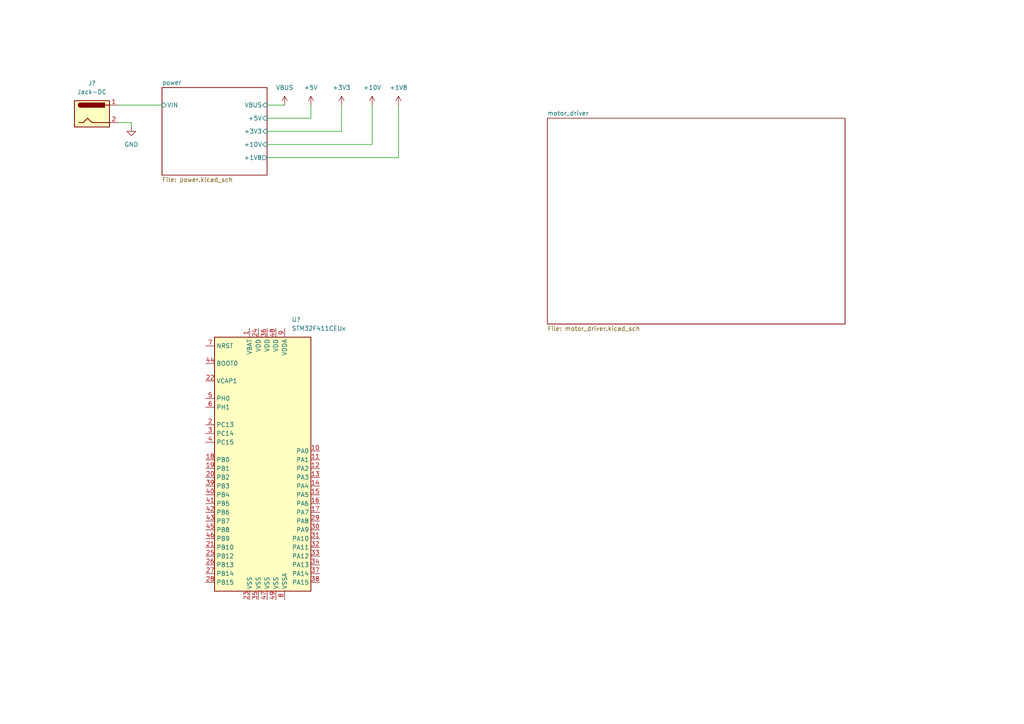
<source format=kicad_sch>
(kicad_sch (version 20211123) (generator eeschema)
  (paper "A4")
  (lib_symbols
    (symbol "Connector:Jack-DC" (pin_names (offset 1.016))
      (property "Reference" "J" (at 0 5.334 0))
      (property "Value" "Jack-DC" (at 0 -5.08 0))
      (symbol "Jack-DC_0_1"
        (rectangle (start -5.08 3.81) (end 5.08 -3.81) (stroke (width 0.254)) (fill (type background)))
        (arc (start -3.302 3.175) (mid -3.937 2.54) (end -3.302 1.905) (stroke (width 0.254)))
        (arc (start -3.302 3.175) (mid -3.937 2.54) (end -3.302 1.905) (stroke (width 0.254)) (fill (type outline)))
        (polyline (pts (xy 5.08 2.54) (xy 3.81 2.54)) (stroke (width 0.254)))
        (polyline (pts (xy -3.81 -2.54) (xy -2.54 -2.54) (xy -1.27 -1.27) (xy 0 -2.54) (xy 2.54 -2.54) (xy 5.08 -2.54)) (stroke (width 0.254)))
        (rectangle (start 3.683 3.175) (end -3.302 1.905) (stroke (width 0.254)) (fill (type outline)))
      )
      (symbol "Jack-DC_1_1"
        (pin passive line (at 7.62 2.54 180) (length 2.54) (name "~") (number "1"))
        (pin passive line (at 7.62 -2.54 180) (length 2.54) (name "~") (number "2"))
      )
    )
    (symbol "MCU_ST_STM32F4:STM32F411CEUx"
      (property "Reference" "U" (at -15.24 36.83 0))
      (property "Value" "STM32F411CEUx" (at 7.62 36.83 0))
      (symbol "STM32F411CEUx_0_1"
        (rectangle (start -15.24 -38.1) (end 12.7 35.56) (stroke (width 0.254)) (fill (type background)))
      )
      (symbol "STM32F411CEUx_1_1"
        (pin power_in line (at -5.08 38.1 270) (length 2.54) (name "VBAT") (number "1"))
        (pin bidirectional line (at 15.24 2.54 180) (length 2.54) (name "PA0") (number "10"))
        (pin bidirectional line (at 15.24 0 180) (length 2.54) (name "PA1") (number "11"))
        (pin bidirectional line (at 15.24 -2.54 180) (length 2.54) (name "PA2") (number "12"))
        (pin bidirectional line (at 15.24 -5.08 180) (length 2.54) (name "PA3") (number "13"))
        (pin bidirectional line (at 15.24 -7.62 180) (length 2.54) (name "PA4") (number "14"))
        (pin bidirectional line (at 15.24 -10.16 180) (length 2.54) (name "PA5") (number "15"))
        (pin bidirectional line (at 15.24 -12.7 180) (length 2.54) (name "PA6") (number "16"))
        (pin bidirectional line (at 15.24 -15.24 180) (length 2.54) (name "PA7") (number "17"))
        (pin bidirectional line (at -17.78 0 0) (length 2.54) (name "PB0") (number "18"))
        (pin bidirectional line (at -17.78 -2.54 0) (length 2.54) (name "PB1") (number "19"))
        (pin bidirectional line (at -17.78 10.16 0) (length 2.54) (name "PC13") (number "2"))
        (pin bidirectional line (at -17.78 -5.08 0) (length 2.54) (name "PB2") (number "20"))
        (pin bidirectional line (at -17.78 -25.4 0) (length 2.54) (name "PB10") (number "21"))
        (pin power_in line (at -17.78 22.86 0) (length 2.54) (name "VCAP1") (number "22"))
        (pin power_in line (at -5.08 -40.64 90) (length 2.54) (name "VSS") (number "23"))
        (pin power_in line (at -2.54 38.1 270) (length 2.54) (name "VDD") (number "24"))
        (pin bidirectional line (at -17.78 -27.94 0) (length 2.54) (name "PB12") (number "25"))
        (pin bidirectional line (at -17.78 -30.48 0) (length 2.54) (name "PB13") (number "26"))
        (pin bidirectional line (at -17.78 -33.02 0) (length 2.54) (name "PB14") (number "27"))
        (pin bidirectional line (at -17.78 -35.56 0) (length 2.54) (name "PB15") (number "28"))
        (pin bidirectional line (at 15.24 -17.78 180) (length 2.54) (name "PA8") (number "29"))
        (pin bidirectional line (at -17.78 7.62 0) (length 2.54) (name "PC14") (number "3"))
        (pin bidirectional line (at 15.24 -20.32 180) (length 2.54) (name "PA9") (number "30"))
        (pin bidirectional line (at 15.24 -22.86 180) (length 2.54) (name "PA10") (number "31"))
        (pin bidirectional line (at 15.24 -25.4 180) (length 2.54) (name "PA11") (number "32"))
        (pin bidirectional line (at 15.24 -27.94 180) (length 2.54) (name "PA12") (number "33"))
        (pin bidirectional line (at 15.24 -30.48 180) (length 2.54) (name "PA13") (number "34"))
        (pin power_in line (at -2.54 -40.64 90) (length 2.54) (name "VSS") (number "35"))
        (pin power_in line (at 0 38.1 270) (length 2.54) (name "VDD") (number "36"))
        (pin bidirectional line (at 15.24 -33.02 180) (length 2.54) (name "PA14") (number "37"))
        (pin bidirectional line (at 15.24 -35.56 180) (length 2.54) (name "PA15") (number "38"))
        (pin bidirectional line (at -17.78 -7.62 0) (length 2.54) (name "PB3") (number "39"))
        (pin bidirectional line (at -17.78 5.08 0) (length 2.54) (name "PC15") (number "4"))
        (pin bidirectional line (at -17.78 -10.16 0) (length 2.54) (name "PB4") (number "40"))
        (pin bidirectional line (at -17.78 -12.7 0) (length 2.54) (name "PB5") (number "41"))
        (pin bidirectional line (at -17.78 -15.24 0) (length 2.54) (name "PB6") (number "42"))
        (pin bidirectional line (at -17.78 -17.78 0) (length 2.54) (name "PB7") (number "43"))
        (pin input line (at -17.78 27.94 0) (length 2.54) (name "BOOT0") (number "44"))
        (pin bidirectional line (at -17.78 -20.32 0) (length 2.54) (name "PB8") (number "45"))
        (pin bidirectional line (at -17.78 -22.86 0) (length 2.54) (name "PB9") (number "46"))
        (pin power_in line (at 0 -40.64 90) (length 2.54) (name "VSS") (number "47"))
        (pin power_in line (at 2.54 38.1 270) (length 2.54) (name "VDD") (number "48"))
        (pin power_in line (at 2.54 -40.64 90) (length 2.54) (name "VSS") (number "49"))
        (pin input line (at -17.78 17.78 0) (length 2.54) (name "PH0") (number "5"))
        (pin input line (at -17.78 15.24 0) (length 2.54) (name "PH1") (number "6"))
        (pin input line (at -17.78 33.02 0) (length 2.54) (name "NRST") (number "7"))
        (pin power_in line (at 5.08 -40.64 90) (length 2.54) (name "VSSA") (number "8"))
        (pin power_in line (at 5.08 38.1 270) (length 2.54) (name "VDDA") (number "9"))
      )
    )
    (symbol "power:+10V" (power) (pin_names (offset 0))
      (property "Value" "+10V" (at 0 3.556 0))
      (symbol "+10V_0_1"
        (polyline (pts (xy -0.762 1.27) (xy 0 2.54)))
        (polyline (pts (xy 0 0) (xy 0 2.54)))
        (polyline (pts (xy 0 2.54) (xy 0.762 1.27)))
      )
      (symbol "+10V_1_1"
        (pin power_in line (at 0 0 90) (length 0) hide (name "+10V") (number "1"))
      )
    )
    (symbol "power:+1V8" (power) (pin_names (offset 0))
      (property "Value" "+1V8" (at 0 3.556 0))
      (symbol "+1V8_0_1"
        (polyline (pts (xy -0.762 1.27) (xy 0 2.54)))
        (polyline (pts (xy 0 0) (xy 0 2.54)))
        (polyline (pts (xy 0 2.54) (xy 0.762 1.27)))
      )
      (symbol "+1V8_1_1"
        (pin power_in line (at 0 0 90) (length 0) hide (name "+1V8") (number "1"))
      )
    )
    (symbol "power:+3V3" (power) (pin_names (offset 0))
      (property "Value" "+3V3" (at 0 3.556 0))
      (symbol "+3V3_0_1"
        (polyline (pts (xy -0.762 1.27) (xy 0 2.54)))
        (polyline (pts (xy 0 0) (xy 0 2.54)))
        (polyline (pts (xy 0 2.54) (xy 0.762 1.27)))
      )
      (symbol "+3V3_1_1"
        (pin power_in line (at 0 0 90) (length 0) hide (name "+3V3") (number "1"))
      )
    )
    (symbol "power:+5V" (power) (pin_names (offset 0))
      (property "Value" "+5V" (at 0 3.556 0))
      (symbol "+5V_0_1"
        (polyline (pts (xy -0.762 1.27) (xy 0 2.54)))
        (polyline (pts (xy 0 0) (xy 0 2.54)))
        (polyline (pts (xy 0 2.54) (xy 0.762 1.27)))
      )
      (symbol "+5V_1_1"
        (pin power_in line (at 0 0 90) (length 0) hide (name "+5V") (number "1"))
      )
    )
    (symbol "power:GND" (power) (pin_names (offset 0))
      (property "Value" "GND" (at 0 -3.81 0))
      (symbol "GND_0_1"
        (polyline (pts (xy 0 0) (xy 0 -1.27) (xy 1.27 -1.27) (xy 0 -2.54) (xy -1.27 -1.27) (xy 0 -1.27)))
      )
      (symbol "GND_1_1"
        (pin power_in line (at 0 0 270) (length 0) hide (name "GND") (number "1"))
      )
    )
    (symbol "power:VBUS" (power) (pin_names (offset 0))
      (property "Value" "VBUS" (at 0 3.81 0))
      (symbol "VBUS_0_1"
        (polyline (pts (xy -0.762 1.27) (xy 0 2.54)))
        (polyline (pts (xy 0 0) (xy 0 2.54)))
        (polyline (pts (xy 0 2.54) (xy 0.762 1.27)))
      )
      (symbol "VBUS_1_1"
        (pin power_in line (at 0 0 90) (length 0) hide (name "VBUS") (number "1"))
      )
    )
  )
  (wire (pts (xy 77.47 34.29) (xy 90.17 34.29)))
  (wire (pts (xy 90.17 30.48) (xy 90.17 34.29)))
  (wire (pts (xy 38.1 36.83) (xy 38.1 35.56)))
  (wire (pts (xy 107.95 30.48) (xy 107.95 41.91)))
  (wire (pts (xy 77.47 30.48) (xy 82.55 30.48)))
  (wire (pts (xy 115.57 30.48) (xy 115.57 45.72)))
  (wire (pts (xy 38.1 35.56) (xy 34.29 35.56)))
  (wire (pts (xy 77.47 45.72) (xy 115.57 45.72)))
  (wire (pts (xy 34.29 30.48) (xy 46.99 30.48)))
  (wire (pts (xy 77.47 38.1) (xy 99.06 38.1)))
  (wire (pts (xy 77.47 41.91) (xy 107.95 41.91)))
  (wire (pts (xy 99.06 30.48) (xy 99.06 38.1)))
  (symbol (lib_id "MCU_ST_STM32F4:STM32F411CEUx") (at 77.47 133.35 0) (unit 1)
    (property "Reference" "U?" (at 84.5694 92.71 0) (effects (justify left)))
    (property "Value" "STM32F411CEUx" (at 84.5694 95.25 0) (effects (justify left)))
    (property "Footprint" "Package_DFN_QFN:QFN-48-1EP_7x7mm_P0.5mm_EP5.6x5.6mm" (effects hide))
    (property "Datasheet" "http://www.st.com/st-web-ui/static/active/en/resource/technical/document/datasheet/DM00115249.pdf" (effects hide))
  )
  (symbol (lib_id "power:+10V") (at 107.95 30.48 0) (unit 1)
    (property "Reference" "#PWR?" (effects hide))
    (property "Value" "+10V" (at 107.95 25.4 0))
  )
  (symbol (lib_id "power:+1V8") (at 115.57 30.48 0) (unit 1)
    (property "Reference" "#PWR?" (effects hide))
    (property "Value" "+1V8" (at 115.57 25.4 0))
  )
  (symbol (lib_id "power:+5V") (at 90.17 30.48 0) (unit 1)
    (property "Reference" "#PWR?" (effects hide))
    (property "Value" "+5V" (at 90.17 25.4 0))
  )
  (symbol (lib_id "power:VBUS") (at 82.55 30.48 0) (unit 1)
    (property "Reference" "#PWR?" (effects hide))
    (property "Value" "VBUS" (at 82.55 25.4 0))
  )
  (symbol (lib_id "power:+3V3") (at 99.06 30.48 0) (unit 1)
    (property "Reference" "#PWR?" (effects hide))
    (property "Value" "+3V3" (at 99.06 25.4 0))
  )
  (symbol (lib_id "power:GND") (at 38.1 36.83 0) (unit 1)
    (property "Reference" "#PWR?" (effects hide))
    (property "Value" "GND" (at 38.1 41.91 0))
  )
  (symbol (lib_id "Connector:Jack-DC") (at 26.67 33.02 0) (unit 1)
    (property "Reference" "J?" (at 26.67 24.13 0))
    (property "Value" "Jack-DC" (at 26.67 26.67 0))
  )
  (sheet (at 46.99 25.4) (size 30.48 25.4) (stroke (width 0.1524))
    (property "Sheet name" "power" (at 46.99 24.6884 0) (effects (justify left bottom)))
    (property "Sheet file" "power.kicad_sch" (at 46.99 51.3846 0) (effects (justify left top)))
    (pin "VIN" input (at 46.99 30.48 180))
    (pin "VBUS" input (at 77.47 30.48 0))
    (pin "+5V" input (at 77.47 34.29 0))
    (pin "+3V3" input (at 77.47 38.1 0))
    (pin "+10V" input (at 77.47 41.91 0))
    (pin "+1V8" output (at 77.47 45.72 0))
  )
  (sheet (at 158.75 34.29) (size 86.36 59.69) (stroke (width 0.1524))
    (property "Sheet name" "motor_driver" (at 158.75 33.5784 0) (effects (justify left bottom)))
    (property "Sheet file" "motor_driver.kicad_sch" (at 158.75 94.5646 0) (effects (justify left top)))
  )
)
</source>
